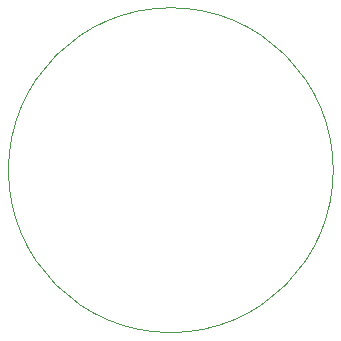
<source format=gbr>
%TF.GenerationSoftware,KiCad,Pcbnew,(5.1.10)-1*%
%TF.CreationDate,2021-07-06T18:58:15-04:00*%
%TF.ProjectId,button_mount,62757474-6f6e-45f6-9d6f-756e742e6b69,rev?*%
%TF.SameCoordinates,Original*%
%TF.FileFunction,Profile,NP*%
%FSLAX46Y46*%
G04 Gerber Fmt 4.6, Leading zero omitted, Abs format (unit mm)*
G04 Created by KiCad (PCBNEW (5.1.10)-1) date 2021-07-06 18:58:15*
%MOMM*%
%LPD*%
G01*
G04 APERTURE LIST*
%TA.AperFunction,Profile*%
%ADD10C,0.050000*%
%TD*%
G04 APERTURE END LIST*
D10*
X131606000Y-88900000D02*
G75*
G03*
X131606000Y-88900000I-13750000J0D01*
G01*
M02*

</source>
